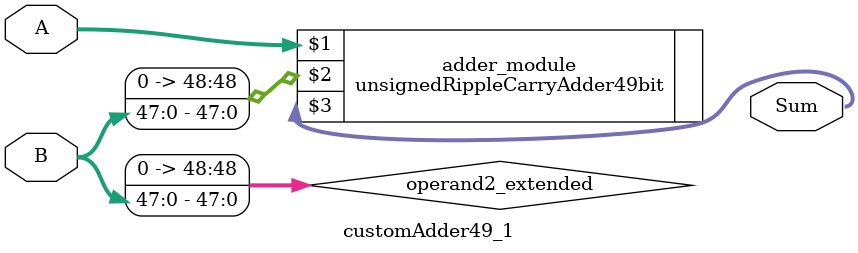
<source format=v>
module customAdder49_1(
                        input [48 : 0] A,
                        input [47 : 0] B,
                        
                        output [49 : 0] Sum
                );

        wire [48 : 0] operand2_extended;
        
        assign operand2_extended =  {1'b0, B};
        
        unsignedRippleCarryAdder49bit adder_module(
            A,
            operand2_extended,
            Sum
        );
        
        endmodule
        
</source>
